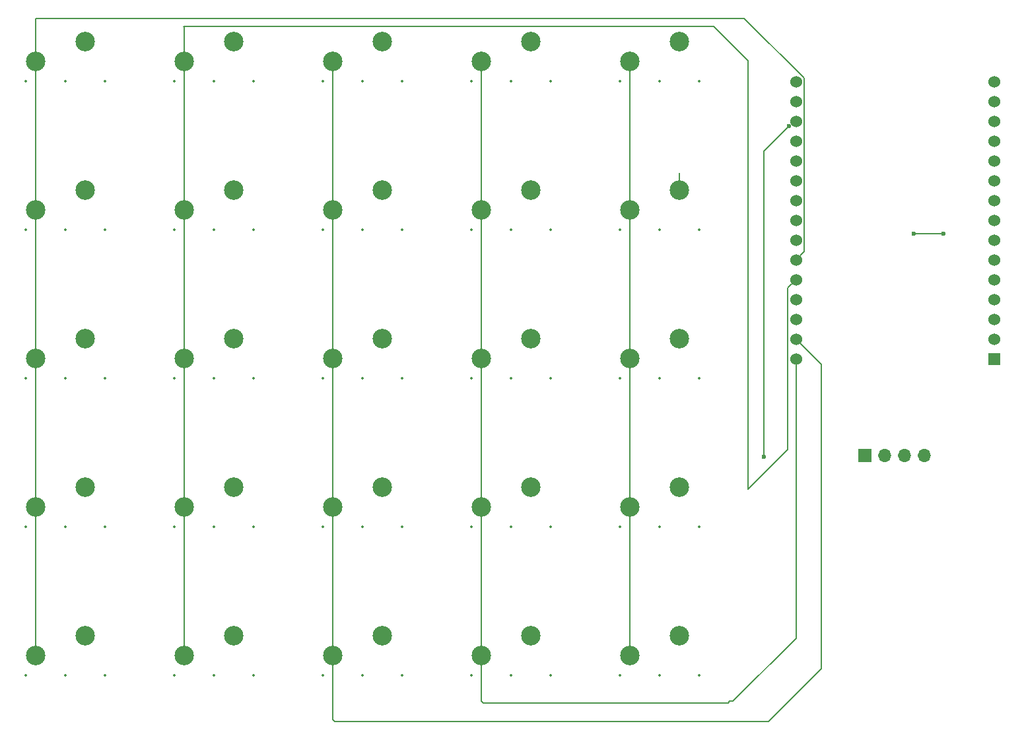
<source format=gbl>
%TF.GenerationSoftware,KiCad,Pcbnew,8.0.6*%
%TF.CreationDate,2024-10-21T09:58:38+07:00*%
%TF.ProjectId,CaiPad25_ESP32,43616950-6164-4323-955f-45535033322e,rev?*%
%TF.SameCoordinates,Original*%
%TF.FileFunction,Copper,L2,Bot*%
%TF.FilePolarity,Positive*%
%FSLAX46Y46*%
G04 Gerber Fmt 4.6, Leading zero omitted, Abs format (unit mm)*
G04 Created by KiCad (PCBNEW 8.0.6) date 2024-10-21 09:58:38*
%MOMM*%
%LPD*%
G01*
G04 APERTURE LIST*
%TA.AperFunction,ComponentPad*%
%ADD10C,2.500000*%
%TD*%
%TA.AperFunction,ComponentPad*%
%ADD11R,1.524000X1.524000*%
%TD*%
%TA.AperFunction,ComponentPad*%
%ADD12C,1.524000*%
%TD*%
%TA.AperFunction,ComponentPad*%
%ADD13R,1.700000X1.700000*%
%TD*%
%TA.AperFunction,ComponentPad*%
%ADD14O,1.700000X1.700000*%
%TD*%
%TA.AperFunction,ViaPad*%
%ADD15C,0.600000*%
%TD*%
%TA.AperFunction,Conductor*%
%ADD16C,0.200000*%
%TD*%
%ADD17C,0.300000*%
%ADD18C,0.350000*%
G04 APERTURE END LIST*
D10*
%TO.P,S7,1,1*%
%TO.N,Column 1*%
X62865000Y-64135000D03*
%TO.P,S7,2,2*%
%TO.N,Row 1*%
X69215000Y-61595000D03*
%TD*%
%TO.P,S12,1,1*%
%TO.N,Column 1*%
X62865000Y-83185000D03*
%TO.P,S12,2,2*%
%TO.N,Row 2*%
X69215000Y-80645000D03*
%TD*%
%TO.P,S4,1,1*%
%TO.N,Column 3*%
X100965000Y-45085000D03*
%TO.P,S4,2,2*%
%TO.N,Row 0*%
X107315000Y-42545000D03*
%TD*%
%TO.P,S16,1,1*%
%TO.N,Column 0*%
X43815000Y-102235000D03*
%TO.P,S16,2,2*%
%TO.N,Row 3*%
X50165000Y-99695000D03*
%TD*%
%TO.P,S14,1,1*%
%TO.N,Column 3*%
X100965000Y-83185000D03*
%TO.P,S14,2,2*%
%TO.N,Row 2*%
X107315000Y-80645000D03*
%TD*%
%TO.P,S21,1,1*%
%TO.N,Column 0*%
X43815000Y-121285000D03*
%TO.P,S21,2,2*%
%TO.N,Row 4*%
X50165000Y-118745000D03*
%TD*%
%TO.P,S5,1,1*%
%TO.N,Column 4*%
X120015000Y-45085000D03*
%TO.P,S5,2,2*%
%TO.N,Row 0*%
X126365000Y-42545000D03*
%TD*%
%TO.P,S3,1,1*%
%TO.N,Column 2*%
X81915000Y-45085000D03*
%TO.P,S3,2,2*%
%TO.N,Row 0*%
X88265000Y-42545000D03*
%TD*%
%TO.P,S1,1,1*%
%TO.N,Column 0*%
X43815000Y-45085000D03*
%TO.P,S1,2,2*%
%TO.N,Row 0*%
X50165000Y-42545000D03*
%TD*%
%TO.P,S13,1,1*%
%TO.N,Column 2*%
X81915000Y-83185000D03*
%TO.P,S13,2,2*%
%TO.N,Row 2*%
X88265000Y-80645000D03*
%TD*%
%TO.P,S11,1,1*%
%TO.N,Column 0*%
X43815000Y-83185000D03*
%TO.P,S11,2,2*%
%TO.N,Row 2*%
X50165000Y-80645000D03*
%TD*%
%TO.P,S22,1,1*%
%TO.N,Column 1*%
X62865000Y-121285000D03*
%TO.P,S22,2,2*%
%TO.N,Row 4*%
X69215000Y-118745000D03*
%TD*%
%TO.P,S17,1,1*%
%TO.N,Column 1*%
X62865000Y-102235000D03*
%TO.P,S17,2,2*%
%TO.N,Row 3*%
X69215000Y-99695000D03*
%TD*%
%TO.P,S2,1,1*%
%TO.N,Column 1*%
X62865000Y-45085000D03*
%TO.P,S2,2,2*%
%TO.N,Row 0*%
X69215000Y-42545000D03*
%TD*%
%TO.P,S24,1,1*%
%TO.N,Column 3*%
X100965000Y-121285000D03*
%TO.P,S24,2,2*%
%TO.N,Row 4*%
X107315000Y-118745000D03*
%TD*%
%TO.P,S9,1,1*%
%TO.N,Column 3*%
X100965000Y-64135000D03*
%TO.P,S9,2,2*%
%TO.N,Row 1*%
X107315000Y-61595000D03*
%TD*%
%TO.P,S20,1,1*%
%TO.N,Column 4*%
X120015000Y-102235000D03*
%TO.P,S20,2,2*%
%TO.N,Row 3*%
X126365000Y-99695000D03*
%TD*%
%TO.P,S18,1,1*%
%TO.N,Column 2*%
X81915000Y-102235000D03*
%TO.P,S18,2,2*%
%TO.N,Row 3*%
X88265000Y-99695000D03*
%TD*%
%TO.P,S25,1,1*%
%TO.N,Column 4*%
X120015000Y-121285000D03*
%TO.P,S25,2,2*%
%TO.N,Row 4*%
X126365000Y-118745000D03*
%TD*%
%TO.P,S8,1,1*%
%TO.N,Column 2*%
X81915000Y-64135000D03*
%TO.P,S8,2,2*%
%TO.N,Row 1*%
X88265000Y-61595000D03*
%TD*%
%TO.P,S23,1,1*%
%TO.N,Column 2*%
X81915000Y-121285000D03*
%TO.P,S23,2,2*%
%TO.N,Row 4*%
X88265000Y-118745000D03*
%TD*%
D11*
%TO.P,U1,1,EN*%
%TO.N,unconnected-(U1-EN-Pad1)*%
X166714214Y-83274214D03*
D12*
%TO.P,U1,2,SENSOR_VP*%
%TO.N,unconnected-(U1-SENSOR_VP-Pad2)*%
X166714214Y-80734214D03*
%TO.P,U1,3,SENSOR_VN*%
%TO.N,unconnected-(U1-SENSOR_VN-Pad3)*%
X166714214Y-78194214D03*
%TO.P,U1,4,IO34*%
%TO.N,unconnected-(U1-IO34-Pad4)*%
X166714214Y-75654214D03*
%TO.P,U1,5,IO35*%
%TO.N,unconnected-(U1-IO35-Pad5)*%
X166714214Y-73114214D03*
%TO.P,U1,6,IO32*%
%TO.N,unconnected-(U1-IO32-Pad6)*%
X166714214Y-70574214D03*
%TO.P,U1,7,IO33*%
%TO.N,unconnected-(U1-IO33-Pad7)*%
X166714214Y-68034214D03*
%TO.P,U1,8,IO25*%
%TO.N,Column 4*%
X166714214Y-65494214D03*
%TO.P,U1,9,IO26*%
%TO.N,unconnected-(U1-IO26-Pad9)*%
X166714214Y-62954214D03*
%TO.P,U1,10,IO27*%
%TO.N,unconnected-(U1-IO27-Pad10)*%
X166714214Y-60414214D03*
%TO.P,U1,11,IO14*%
%TO.N,Row 2*%
X166714214Y-57874214D03*
%TO.P,U1,12,IO12*%
%TO.N,Row 1*%
X166714214Y-55334214D03*
%TO.P,U1,13,IO13*%
%TO.N,Row 0*%
X166714214Y-52794214D03*
%TO.P,U1,14,GND*%
%TO.N,unconnected-(U1-GND-Pad14)*%
X166714214Y-50254214D03*
%TO.P,U1,15,VIN*%
%TO.N,unconnected-(U1-VIN-Pad15)*%
X166714214Y-47714214D03*
%TO.P,U1,16,3V3*%
%TO.N,Net-(J1-VCC)*%
X141314214Y-47714214D03*
%TO.P,U1,17,GND*%
%TO.N,Net-(J1-GND)*%
X141314214Y-50254214D03*
%TO.P,U1,18,IO15*%
%TO.N,Row 3*%
X141314214Y-52794214D03*
%TO.P,U1,19,IO2*%
%TO.N,unconnected-(U1-IO2-Pad19)*%
X141314214Y-55334214D03*
%TO.P,U1,20,IO4*%
%TO.N,unconnected-(U1-IO4-Pad20)*%
X141314214Y-57874214D03*
%TO.P,U1,21,IO16*%
%TO.N,Net-(J1-SDA)*%
X141314214Y-60414214D03*
%TO.P,U1,22,IO17*%
%TO.N,Net-(J1-SCL)*%
X141314214Y-62954214D03*
%TO.P,U1,23,IO5*%
%TO.N,unconnected-(U1-IO5-Pad23)*%
X141314214Y-65494214D03*
%TO.P,U1,24,IO18*%
%TO.N,Row 4*%
X141314214Y-68034214D03*
%TO.P,U1,25,IO19*%
%TO.N,Column 0*%
X141314214Y-70574214D03*
%TO.P,U1,26,IO21*%
%TO.N,Column 1*%
X141314214Y-73114214D03*
%TO.P,U1,27,RXD0/IO3*%
%TO.N,unconnected-(U1-RXD0{slash}IO3-Pad27)*%
X141314214Y-75654214D03*
%TO.P,U1,28,TXD0/IO1*%
%TO.N,unconnected-(U1-TXD0{slash}IO1-Pad28)*%
X141314214Y-78194214D03*
%TO.P,U1,29,IO22*%
%TO.N,Column 2*%
X141314214Y-80734214D03*
%TO.P,U1,30,IO23*%
%TO.N,Column 3*%
X141314214Y-83274214D03*
%TD*%
D10*
%TO.P,S10,1,1*%
%TO.N,Column 4*%
X120015000Y-64135000D03*
%TO.P,S10,2,2*%
%TO.N,Row 1*%
X126365000Y-61595000D03*
%TD*%
%TO.P,S15,1,1*%
%TO.N,Column 4*%
X120015000Y-83185000D03*
%TO.P,S15,2,2*%
%TO.N,Row 2*%
X126365000Y-80645000D03*
%TD*%
%TO.P,S19,1,1*%
%TO.N,Column 3*%
X100965000Y-102235000D03*
%TO.P,S19,2,2*%
%TO.N,Row 3*%
X107315000Y-99695000D03*
%TD*%
%TO.P,S6,1,1*%
%TO.N,Column 0*%
X43815000Y-64135000D03*
%TO.P,S6,2,2*%
%TO.N,Row 1*%
X50165000Y-61595000D03*
%TD*%
D13*
%TO.P,J1,1,GND*%
%TO.N,Net-(J1-GND)*%
X150190000Y-95670000D03*
D14*
%TO.P,J1,2,VCC*%
%TO.N,Net-(J1-VCC)*%
X152730000Y-95670000D03*
%TO.P,J1,3,SCL*%
%TO.N,Net-(J1-SCL)*%
X155270000Y-95670000D03*
%TO.P,J1,4,SDA*%
%TO.N,Net-(J1-SDA)*%
X157810000Y-95670000D03*
%TD*%
D15*
%TO.N,Net-(J1-GND)*%
X156400000Y-67200000D03*
X160200000Y-67200000D03*
%TO.N,Row 3*%
X137200000Y-95800000D03*
X140400000Y-53400000D03*
%TD*%
D16*
%TO.N,Net-(J1-GND)*%
X160200000Y-67200000D02*
X156400000Y-67200000D01*
%TO.N,Row 3*%
X137200000Y-56600000D02*
X140400000Y-53400000D01*
X137200000Y-95800000D02*
X137200000Y-56600000D01*
%TO.N,Column 2*%
X82200000Y-129800000D02*
X137800000Y-129800000D01*
X81915000Y-129515000D02*
X82200000Y-129800000D01*
X81915000Y-45085000D02*
X81915000Y-121285000D01*
X137800000Y-129800000D02*
X144600000Y-123000000D01*
X144600000Y-84020000D02*
X141314214Y-80734214D01*
X81915000Y-121285000D02*
X81915000Y-129515000D01*
X144600000Y-123000000D02*
X144600000Y-84020000D01*
%TO.N,Column 0*%
X43815000Y-45085000D02*
X43815000Y-121285000D01*
X142376214Y-69512214D02*
X141314214Y-70574214D01*
X142376214Y-47274319D02*
X142376214Y-69512214D01*
X43815000Y-39615000D02*
X43800000Y-39600000D01*
X43815000Y-45085000D02*
X43815000Y-39615000D01*
X134701895Y-39600000D02*
X142376214Y-47274319D01*
X43800000Y-39600000D02*
X134701895Y-39600000D01*
%TO.N,Column 3*%
X100965000Y-127165000D02*
X101200000Y-127400000D01*
X132600000Y-127400000D02*
X132800000Y-127200000D01*
X100965000Y-121285000D02*
X100965000Y-127165000D01*
X133200000Y-127200000D02*
X141314214Y-119085786D01*
X101200000Y-127400000D02*
X132600000Y-127400000D01*
X132800000Y-127200000D02*
X133200000Y-127200000D01*
X141314214Y-119085786D02*
X141314214Y-83274214D01*
X100965000Y-45085000D02*
X100965000Y-121285000D01*
%TO.N,Column 1*%
X140252214Y-94947786D02*
X140252214Y-74176214D01*
X130800000Y-40600000D02*
X135200000Y-45000000D01*
X62865000Y-121285000D02*
X62865000Y-45085000D01*
X140252214Y-74176214D02*
X141314214Y-73114214D01*
X62865000Y-45085000D02*
X62865000Y-40665000D01*
X62865000Y-40665000D02*
X62800000Y-40600000D01*
X62800000Y-40600000D02*
X130800000Y-40600000D01*
X135200000Y-100000000D02*
X140252214Y-94947786D01*
X135200000Y-45000000D02*
X135200000Y-100000000D01*
%TO.N,Column 4*%
X120015000Y-45085000D02*
X120015000Y-121285000D01*
%TO.N,Row 1*%
X126365000Y-61595000D02*
X126365000Y-59435000D01*
%TD*%
D17*
X156400000Y-67200000D03*
X160200000Y-67200000D03*
X137200000Y-95800000D03*
X140400000Y-53400000D03*
D18*
X61595000Y-66675000D03*
X66675000Y-66675000D03*
X71755000Y-66675000D03*
X62865000Y-64135000D03*
X69215000Y-61595000D03*
X61595000Y-85725000D03*
X66675000Y-85725000D03*
X71755000Y-85725000D03*
X62865000Y-83185000D03*
X69215000Y-80645000D03*
X99695000Y-47625000D03*
X104775000Y-47625000D03*
X109855000Y-47625000D03*
X100965000Y-45085000D03*
X107315000Y-42545000D03*
X42545000Y-104775000D03*
X47625000Y-104775000D03*
X52705000Y-104775000D03*
X43815000Y-102235000D03*
X50165000Y-99695000D03*
X99695000Y-85725000D03*
X104775000Y-85725000D03*
X109855000Y-85725000D03*
X100965000Y-83185000D03*
X107315000Y-80645000D03*
X42545000Y-123825000D03*
X47625000Y-123825000D03*
X52705000Y-123825000D03*
X43815000Y-121285000D03*
X50165000Y-118745000D03*
X118745000Y-47625000D03*
X123825000Y-47625000D03*
X128905000Y-47625000D03*
X120015000Y-45085000D03*
X126365000Y-42545000D03*
X80645000Y-47625000D03*
X85725000Y-47625000D03*
X90805000Y-47625000D03*
X81915000Y-45085000D03*
X88265000Y-42545000D03*
X42545000Y-47625000D03*
X47625000Y-47625000D03*
X52705000Y-47625000D03*
X43815000Y-45085000D03*
X50165000Y-42545000D03*
X80645000Y-85725000D03*
X85725000Y-85725000D03*
X90805000Y-85725000D03*
X81915000Y-83185000D03*
X88265000Y-80645000D03*
X42545000Y-85725000D03*
X47625000Y-85725000D03*
X52705000Y-85725000D03*
X43815000Y-83185000D03*
X50165000Y-80645000D03*
X61595000Y-123825000D03*
X66675000Y-123825000D03*
X71755000Y-123825000D03*
X62865000Y-121285000D03*
X69215000Y-118745000D03*
X61595000Y-104775000D03*
X66675000Y-104775000D03*
X71755000Y-104775000D03*
X62865000Y-102235000D03*
X69215000Y-99695000D03*
X61595000Y-47625000D03*
X66675000Y-47625000D03*
X71755000Y-47625000D03*
X62865000Y-45085000D03*
X69215000Y-42545000D03*
X99695000Y-123825000D03*
X104775000Y-123825000D03*
X109855000Y-123825000D03*
X100965000Y-121285000D03*
X107315000Y-118745000D03*
X99695000Y-66675000D03*
X104775000Y-66675000D03*
X109855000Y-66675000D03*
X100965000Y-64135000D03*
X107315000Y-61595000D03*
X118745000Y-104775000D03*
X123825000Y-104775000D03*
X128905000Y-104775000D03*
X120015000Y-102235000D03*
X126365000Y-99695000D03*
X80645000Y-104775000D03*
X85725000Y-104775000D03*
X90805000Y-104775000D03*
X81915000Y-102235000D03*
X88265000Y-99695000D03*
X118745000Y-123825000D03*
X123825000Y-123825000D03*
X128905000Y-123825000D03*
X120015000Y-121285000D03*
X126365000Y-118745000D03*
X80645000Y-66675000D03*
X85725000Y-66675000D03*
X90805000Y-66675000D03*
X81915000Y-64135000D03*
X88265000Y-61595000D03*
X80645000Y-123825000D03*
X85725000Y-123825000D03*
X90805000Y-123825000D03*
X81915000Y-121285000D03*
X88265000Y-118745000D03*
X166714214Y-83274214D03*
X166714214Y-80734214D03*
X166714214Y-78194214D03*
X166714214Y-75654214D03*
X166714214Y-73114214D03*
X166714214Y-70574214D03*
X166714214Y-68034214D03*
X166714214Y-65494214D03*
X166714214Y-62954214D03*
X166714214Y-60414214D03*
X166714214Y-57874214D03*
X166714214Y-55334214D03*
X166714214Y-52794214D03*
X166714214Y-50254214D03*
X166714214Y-47714214D03*
X141314214Y-47714214D03*
X141314214Y-50254214D03*
X141314214Y-52794214D03*
X141314214Y-55334214D03*
X141314214Y-57874214D03*
X141314214Y-60414214D03*
X141314214Y-62954214D03*
X141314214Y-65494214D03*
X141314214Y-68034214D03*
X141314214Y-70574214D03*
X141314214Y-73114214D03*
X141314214Y-75654214D03*
X141314214Y-78194214D03*
X141314214Y-80734214D03*
X141314214Y-83274214D03*
X118745000Y-66675000D03*
X123825000Y-66675000D03*
X128905000Y-66675000D03*
X120015000Y-64135000D03*
X126365000Y-61595000D03*
X118745000Y-85725000D03*
X123825000Y-85725000D03*
X128905000Y-85725000D03*
X120015000Y-83185000D03*
X126365000Y-80645000D03*
X99695000Y-104775000D03*
X104775000Y-104775000D03*
X109855000Y-104775000D03*
X100965000Y-102235000D03*
X107315000Y-99695000D03*
X42545000Y-66675000D03*
X47625000Y-66675000D03*
X52705000Y-66675000D03*
X43815000Y-64135000D03*
X50165000Y-61595000D03*
X150190000Y-95670000D03*
X152730000Y-95670000D03*
X155270000Y-95670000D03*
X157810000Y-95670000D03*
M02*

</source>
